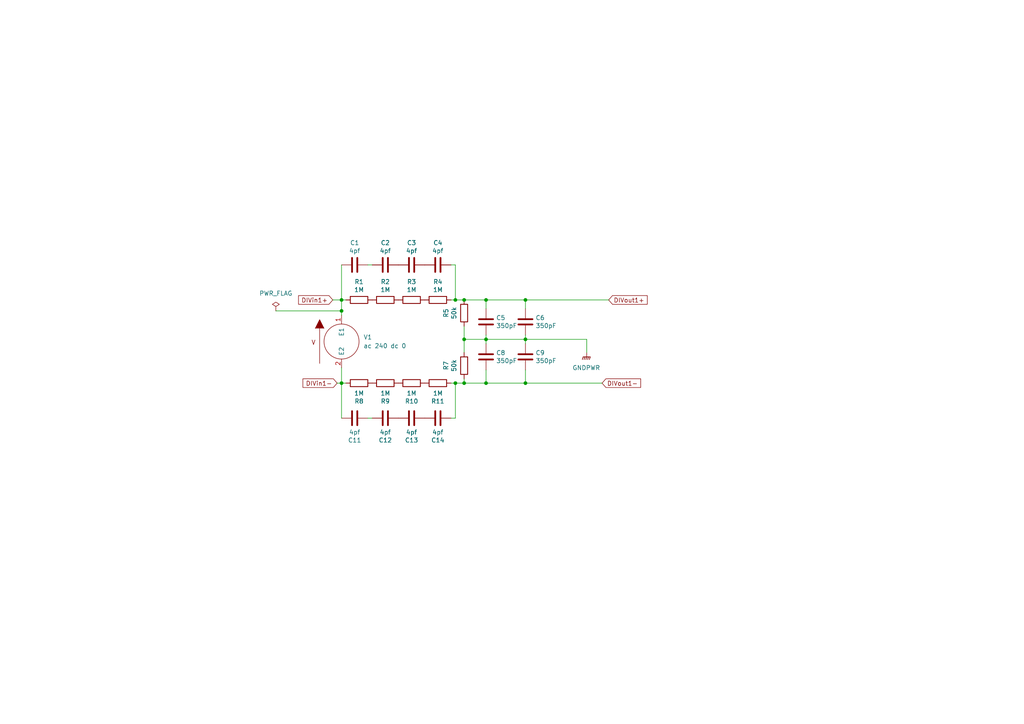
<source format=kicad_sch>
(kicad_sch (version 20211123) (generator eeschema)
  (paper "A4")
  (lib_symbols
    (symbol "Device:C" (pin_numbers hide) (pin_names (offset 0.254))
      (property "Reference" "C" (at 0.635 2.54 0))
      (property "Value" "C" (at 0.635 -2.54 0))
      (symbol "C_0_1"
        (polyline (pts (xy -2.032 -0.762) (xy 2.032 -0.762)) (stroke (width 0.508)))
        (polyline (pts (xy -2.032 0.762) (xy 2.032 0.762)) (stroke (width 0.508)))
      )
      (symbol "C_1_1"
        (pin passive line (at 0 3.81 270) (length 2.794) (name "~") (number "1"))
        (pin passive line (at 0 -3.81 90) (length 2.794) (name "~") (number "2"))
      )
    )
    (symbol "Device:R" (pin_numbers hide) (pin_names (offset 0))
      (property "Reference" "R" (at 2.032 0 90))
      (property "Value" "R" (at 0 0 90))
      (symbol "R_0_1"
        (rectangle (start -1.016 -2.54) (end 1.016 2.54) (stroke (width 0.254)))
      )
      (symbol "R_1_1"
        (pin passive line (at 0 3.81 270) (length 1.27) (name "~") (number "1"))
        (pin passive line (at 0 -3.81 90) (length 1.27) (name "~") (number "2"))
      )
    )
    (symbol "power:GNDPWR" (power) (pin_names (offset 0))
      (property "Value" "GNDPWR" (at 0 -3.302 0))
      (symbol "GNDPWR_0_1"
        (polyline (pts (xy 0 -1.27) (xy 0 0)))
        (polyline (pts (xy -1.016 -1.27) (xy -1.27 -2.032) (xy -1.27 -2.032)) (stroke (width 0.2032)))
        (polyline (pts (xy -0.508 -1.27) (xy -0.762 -2.032) (xy -0.762 -2.032)) (stroke (width 0.2032)))
        (polyline (pts (xy 0 -1.27) (xy -0.254 -2.032) (xy -0.254 -2.032)) (stroke (width 0.2032)))
        (polyline (pts (xy 0.508 -1.27) (xy 0.254 -2.032) (xy 0.254 -2.032)) (stroke (width 0.2032)))
        (polyline (pts (xy 1.016 -1.27) (xy -1.016 -1.27) (xy -1.016 -1.27)) (stroke (width 0.2032)))
        (polyline (pts (xy 1.016 -1.27) (xy 0.762 -2.032) (xy 0.762 -2.032) (xy 0.762 -2.032)) (stroke (width 0.2032)))
      )
      (symbol "GNDPWR_1_1"
        (pin power_in line (at 0 0 270) (length 0) hide (name "GNDPWR") (number "1"))
      )
    )
    (symbol "power:PWR_FLAG" (power) (pin_numbers hide) (pin_names (offset 0) hide)
      (property "Value" "PWR_FLAG" (at 0 3.81 0))
      (symbol "PWR_FLAG_0_0"
        (pin power_out line (at 0 0 90) (length 0) (name "pwr") (number "1"))
      )
      (symbol "PWR_FLAG_0_1"
        (polyline (pts (xy 0 0) (xy 0 1.27) (xy -1.016 1.905) (xy 0 2.54) (xy 1.016 1.905) (xy 0 1.27)))
      )
    )
    (symbol "pspice:VSOURCE" (pin_names (offset 1.016))
      (property "Reference" "V" (at -6.35 7.62 0))
      (property "Value" "VSOURCE" (at 0 0 0))
      (symbol "VSOURCE_0_1"
        (polyline (pts (xy -6.35 -6.35) (xy -6.35 3.81)) (fill (type outline)))
        (polyline (pts (xy -7.62 3.81) (xy -6.35 6.35) (xy -5.08 3.81)) (fill (type outline)))
        (circle (center 0 0) (radius 5.08))
        (text "V" (at -8.128 -0.254 0) (effects (font (size 1.27 1.27))))
      )
      (symbol "VSOURCE_1_1"
        (pin input line (at 0 7.62 270) (length 2.54) (name "E1") (number "1"))
        (pin input line (at 0 -7.62 90) (length 2.54) (name "E2") (number "2"))
      )
    )
  )
  (junction (at 134.62 86.995))
  (junction (at 99.06 86.995))
  (junction (at 152.4 98.425))
  (junction (at 99.06 111.125))
  (junction (at 99.06 90.17))
  (junction (at 134.62 111.125))
  (junction (at 140.97 111.125))
  (junction (at 140.97 86.995))
  (junction (at 132.08 111.125))
  (junction (at 132.08 86.995))
  (junction (at 134.62 98.425))
  (junction (at 140.97 98.425))
  (junction (at 152.4 86.995))
  (junction (at 152.4 111.125))
  (wire (pts (xy 80.01 90.17) (xy 99.06 90.17)))
  (wire (pts (xy 132.08 86.995) (xy 132.08 76.835)))
  (wire (pts (xy 140.97 107.315) (xy 140.97 111.125)))
  (wire (pts (xy 134.62 98.425) (xy 134.62 102.235)))
  (wire (pts (xy 99.06 86.995) (xy 99.06 90.17)))
  (wire (pts (xy 132.08 121.285) (xy 132.08 111.125)))
  (wire (pts (xy 99.06 111.125) (xy 100.33 111.125)))
  (wire (pts (xy 130.81 121.285) (xy 132.08 121.285)))
  (wire (pts (xy 99.06 121.285) (xy 99.06 111.125)))
  (wire (pts (xy 132.08 111.125) (xy 134.62 111.125)))
  (wire (pts (xy 152.4 111.125) (xy 174.625 111.125)))
  (wire (pts (xy 132.08 76.835) (xy 130.81 76.835)))
  (wire (pts (xy 132.08 86.995) (xy 134.62 86.995)))
  (wire (pts (xy 132.08 86.995) (xy 130.81 86.995)))
  (wire (pts (xy 134.62 109.855) (xy 134.62 111.125)))
  (wire (pts (xy 99.06 111.125) (xy 97.79 111.125)))
  (wire (pts (xy 140.97 89.535) (xy 140.97 86.995)))
  (wire (pts (xy 152.4 97.155) (xy 152.4 98.425)))
  (wire (pts (xy 99.06 76.835) (xy 99.06 86.995)))
  (wire (pts (xy 140.97 86.995) (xy 152.4 86.995)))
  (wire (pts (xy 140.97 98.425) (xy 140.97 99.695)))
  (wire (pts (xy 96.52 86.995) (xy 99.06 86.995)))
  (wire (pts (xy 134.62 98.425) (xy 140.97 98.425)))
  (wire (pts (xy 99.06 90.17) (xy 99.06 91.44)))
  (wire (pts (xy 152.4 98.425) (xy 140.97 98.425)))
  (wire (pts (xy 140.97 111.125) (xy 152.4 111.125)))
  (wire (pts (xy 134.62 94.615) (xy 134.62 98.425)))
  (wire (pts (xy 152.4 107.315) (xy 152.4 111.125)))
  (wire (pts (xy 134.62 86.995) (xy 140.97 86.995)))
  (wire (pts (xy 170.18 102.235) (xy 170.18 98.425)))
  (wire (pts (xy 134.62 111.125) (xy 140.97 111.125)))
  (wire (pts (xy 99.06 106.68) (xy 99.06 111.125)))
  (wire (pts (xy 132.08 111.125) (xy 130.81 111.125)))
  (wire (pts (xy 152.4 86.995) (xy 176.53 86.995)))
  (wire (pts (xy 152.4 98.425) (xy 152.4 99.695)))
  (wire (pts (xy 170.18 98.425) (xy 152.4 98.425)))
  (wire (pts (xy 140.97 97.155) (xy 140.97 98.425)))
  (wire (pts (xy 99.06 86.995) (xy 100.33 86.995)))
  (wire (pts (xy 107.95 76.835) (xy 106.68 76.835)))
  (wire (pts (xy 106.68 121.285) (xy 107.95 121.285)))
  (wire (pts (xy 152.4 89.535) (xy 152.4 86.995)))
  (global_label "DIVin1+" (shape input) (at 96.52 86.995 180) (property "Intersheet References" "${INTERSHEET_REFS}" (effects hide)))
  (global_label "DIVin1-" (shape input) (at 97.79 111.125 180) (property "Intersheet References" "${INTERSHEET_REFS}" (effects hide)))
  (global_label "DIVout1+" (shape input) (at 176.53 86.995 0) (property "Intersheet References" "${INTERSHEET_REFS}" (effects hide)))
  (global_label "DIVout1-" (shape input) (at 174.625 111.125 0) (property "Intersheet References" "${INTERSHEET_REFS}" (effects hide)))
  (symbol (lib_id "Device:R") (at 119.38 86.995 90) (unit 1)
    (property "Reference" "R3" (at 119.38 81.7372 90))
    (property "Value" "1M" (at 119.38 84.0486 90))
    (property "Footprint" "Resistor_SMD:R_0603_1608Metric_Pad0.98x0.95mm_HandSolder" (effects hide))
    (property "Spice_Primitive" "R" (effects hide))
    (property "Spice_Model" "1Meg" (effects hide))
    (property "Spice_Netlist_Enabled" "Y" (effects hide))
  )
  (symbol (lib_id "pspice:VSOURCE") (at 99.06 99.06 0) (unit 1)
    (property "Reference" "V1" (at 105.41 97.7899 0) (effects (justify left)))
    (property "Value" "ac 240 dc 0" (at 105.41 100.3299 0) (effects (justify left)))
    (property "Spice_Primitive" "V" (effects hide))
    (property "Spice_Model" "dc 0 ac 240" (effects hide))
    (property "Spice_Netlist_Enabled" "Y" (effects hide))
  )
  (symbol (lib_id "Device:R") (at 127 86.995 90) (unit 1)
    (property "Reference" "R4" (at 127 81.7372 90))
    (property "Value" "1M" (at 127 84.0486 90))
    (property "Footprint" "Resistor_SMD:R_0603_1608Metric_Pad0.98x0.95mm_HandSolder" (effects hide))
    (property "Spice_Primitive" "R" (effects hide))
    (property "Spice_Model" "1Meg" (effects hide))
    (property "Spice_Netlist_Enabled" "Y" (effects hide))
  )
  (symbol (lib_id "Device:C") (at 127 76.835 270) (unit 1)
    (property "Reference" "C4" (at 127 70.4342 90))
    (property "Value" "4pf" (at 127 72.7456 90))
    (property "Footprint" "Capacitor_SMD:C_0603_1608Metric_Pad1.08x0.95mm_HandSolder" (effects hide))
    (property "Spice_Primitive" "C" (effects hide))
    (property "Spice_Model" "4p" (effects hide))
    (property "Spice_Netlist_Enabled" "Y" (effects hide))
  )
  (symbol (lib_id "Device:R") (at 127 111.125 270) (unit 1)
    (property "Reference" "R11" (at 127 116.3828 90))
    (property "Value" "1M" (at 127 114.0714 90))
    (property "Footprint" "Resistor_SMD:R_0603_1608Metric_Pad0.98x0.95mm_HandSolder" (effects hide))
    (property "Spice_Primitive" "R" (effects hide))
    (property "Spice_Model" "1Meg" (effects hide))
    (property "Spice_Netlist_Enabled" "Y" (effects hide))
  )
  (symbol (lib_id "Device:C") (at 119.38 121.285 90) (unit 1)
    (property "Reference" "C13" (at 119.38 127.6858 90))
    (property "Value" "4pf" (at 119.38 125.3744 90))
    (property "Footprint" "Capacitor_SMD:C_0603_1608Metric_Pad1.08x0.95mm_HandSolder" (effects hide))
    (property "Spice_Primitive" "C" (effects hide))
    (property "Spice_Model" "4p" (effects hide))
    (property "Spice_Netlist_Enabled" "Y" (effects hide))
  )
  (symbol (lib_id "power:PWR_FLAG") (at 80.01 90.17 0) (unit 1)
    (property "Reference" "#FLG01" (effects hide))
    (property "Value" "PWR_FLAG" (at 80.01 85.09 0))
  )
  (symbol (lib_id "Device:C") (at 111.76 121.285 90) (unit 1)
    (property "Reference" "C12" (at 111.76 127.6858 90))
    (property "Value" "4pf" (at 111.76 125.3744 90))
    (property "Footprint" "Capacitor_SMD:C_0603_1608Metric_Pad1.08x0.95mm_HandSolder" (effects hide))
    (property "Spice_Primitive" "C" (effects hide))
    (property "Spice_Model" "4p" (effects hide))
    (property "Spice_Netlist_Enabled" "Y" (effects hide))
  )
  (symbol (lib_id "Device:C") (at 102.87 121.285 90) (unit 1)
    (property "Reference" "C11" (at 102.87 127.6858 90))
    (property "Value" "4pf" (at 102.87 125.3744 90))
    (property "Footprint" "Capacitor_SMD:C_0603_1608Metric_Pad1.08x0.95mm_HandSolder" (effects hide))
    (property "Spice_Primitive" "C" (effects hide))
    (property "Spice_Model" "4p" (effects hide))
    (property "Spice_Netlist_Enabled" "Y" (effects hide))
  )
  (symbol (lib_id "Device:R") (at 111.76 86.995 90) (unit 1)
    (property "Reference" "R2" (at 111.76 81.7372 90))
    (property "Value" "1M" (at 111.76 84.0486 90))
    (property "Footprint" "Resistor_SMD:R_0603_1608Metric_Pad0.98x0.95mm_HandSolder" (effects hide))
    (property "Spice_Primitive" "R" (effects hide))
    (property "Spice_Model" "1Meg" (effects hide))
    (property "Spice_Netlist_Enabled" "Y" (effects hide))
  )
  (symbol (lib_id "Device:R") (at 134.62 90.805 180) (unit 1)
    (property "Reference" "R5" (at 129.3622 90.805 90))
    (property "Value" "50k" (at 131.6736 90.805 90))
    (property "Footprint" "Resistor_SMD:R_0603_1608Metric_Pad0.98x0.95mm_HandSolder" (effects hide))
    (property "Spice_Primitive" "R" (effects hide))
    (property "Spice_Model" "50k" (effects hide))
    (property "Spice_Netlist_Enabled" "Y" (effects hide))
  )
  (symbol (lib_id "Device:C") (at 140.97 93.345 180) (unit 1)
    (property "Reference" "C5" (at 143.891 92.1766 0) (effects (justify right)))
    (property "Value" "350pF" (at 143.891 94.488 0) (effects (justify right)))
    (property "Footprint" "Capacitor_SMD:C_0603_1608Metric_Pad1.08x0.95mm_HandSolder" (effects hide))
    (property "Spice_Primitive" "C" (effects hide))
    (property "Spice_Model" "350p" (effects hide))
    (property "Spice_Netlist_Enabled" "N" (effects hide))
  )
  (symbol (lib_id "Device:R") (at 104.14 111.125 270) (unit 1)
    (property "Reference" "R8" (at 104.14 116.3828 90))
    (property "Value" "1M" (at 104.14 114.0714 90))
    (property "Footprint" "Resistor_SMD:R_0603_1608Metric_Pad0.98x0.95mm_HandSolder" (effects hide))
    (property "Spice_Primitive" "R" (effects hide))
    (property "Spice_Model" "1Meg" (effects hide))
    (property "Spice_Netlist_Enabled" "Y" (effects hide))
  )
  (symbol (lib_id "Device:C") (at 111.76 76.835 270) (unit 1)
    (property "Reference" "C2" (at 111.76 70.4342 90))
    (property "Value" "4pf" (at 111.76 72.7456 90))
    (property "Footprint" "Capacitor_SMD:C_0603_1608Metric_Pad1.08x0.95mm_HandSolder" (effects hide))
    (property "Spice_Primitive" "C" (effects hide))
    (property "Spice_Model" "4p" (effects hide))
    (property "Spice_Netlist_Enabled" "Y" (effects hide))
  )
  (symbol (lib_id "Device:R") (at 134.62 106.045 180) (unit 1)
    (property "Reference" "R7" (at 129.3622 106.045 90))
    (property "Value" "50k" (at 131.6736 106.045 90))
    (property "Footprint" "Resistor_SMD:R_0603_1608Metric_Pad0.98x0.95mm_HandSolder" (effects hide))
    (property "Spice_Primitive" "R" (effects hide))
    (property "Spice_Model" "50k" (effects hide))
    (property "Spice_Netlist_Enabled" "Y" (effects hide))
  )
  (symbol (lib_id "Device:C") (at 152.4 103.505 180) (unit 1)
    (property "Reference" "C9" (at 155.321 102.3366 0) (effects (justify right)))
    (property "Value" "350pF" (at 155.321 104.648 0) (effects (justify right)))
    (property "Footprint" "Capacitor_SMD:C_0603_1608Metric_Pad1.08x0.95mm_HandSolder" (effects hide))
    (property "Spice_Primitive" "C" (effects hide))
    (property "Spice_Model" "350p" (effects hide))
    (property "Spice_Netlist_Enabled" "N" (effects hide))
  )
  (symbol (lib_id "Device:R") (at 119.38 111.125 270) (unit 1)
    (property "Reference" "R10" (at 119.38 116.3828 90))
    (property "Value" "1M" (at 119.38 114.0714 90))
    (property "Footprint" "Resistor_SMD:R_0603_1608Metric_Pad0.98x0.95mm_HandSolder" (effects hide))
    (property "Spice_Primitive" "R" (effects hide))
    (property "Spice_Model" "1Meg" (effects hide))
    (property "Spice_Netlist_Enabled" "Y" (effects hide))
  )
  (symbol (lib_id "Device:R") (at 111.76 111.125 270) (unit 1)
    (property "Reference" "R9" (at 111.76 116.3828 90))
    (property "Value" "1M" (at 111.76 114.0714 90))
    (property "Footprint" "Resistor_SMD:R_0603_1608Metric_Pad0.98x0.95mm_HandSolder" (effects hide))
    (property "Spice_Primitive" "R" (effects hide))
    (property "Spice_Model" "1Meg" (effects hide))
    (property "Spice_Netlist_Enabled" "Y" (effects hide))
  )
  (symbol (lib_id "Device:C") (at 127 121.285 90) (unit 1)
    (property "Reference" "C14" (at 127 127.6858 90))
    (property "Value" "4pf" (at 127 125.3744 90))
    (property "Footprint" "Capacitor_SMD:C_0603_1608Metric_Pad1.08x0.95mm_HandSolder" (effects hide))
    (property "Spice_Primitive" "C" (effects hide))
    (property "Spice_Model" "4p" (effects hide))
    (property "Spice_Netlist_Enabled" "Y" (effects hide))
  )
  (symbol (lib_id "Device:C") (at 140.97 103.505 180) (unit 1)
    (property "Reference" "C8" (at 143.891 102.3366 0) (effects (justify right)))
    (property "Value" "350pF" (at 143.891 104.648 0) (effects (justify right)))
    (property "Footprint" "Capacitor_SMD:C_0603_1608Metric_Pad1.08x0.95mm_HandSolder" (effects hide))
    (property "Spice_Primitive" "C" (effects hide))
    (property "Spice_Model" "350p" (effects hide))
    (property "Spice_Netlist_Enabled" "N" (effects hide))
  )
  (symbol (lib_id "Device:R") (at 104.14 86.995 90) (unit 1)
    (property "Reference" "R1" (at 104.14 81.7372 90))
    (property "Value" "1M" (at 104.14 84.0486 90))
    (property "Footprint" "Resistor_SMD:R_0603_1608Metric_Pad0.98x0.95mm_HandSolder" (effects hide))
    (property "Spice_Primitive" "R" (effects hide))
    (property "Spice_Model" "1Meg" (effects hide))
    (property "Spice_Netlist_Enabled" "Y" (effects hide))
  )
  (symbol (lib_id "power:GNDPWR") (at 170.18 102.235 0) (unit 1)
    (property "Reference" "#PWR01" (effects hide))
    (property "Value" "GNDPWR" (at 170.053 106.68 0))
    (property "Spice_Primitive" "V" (effects hide))
    (property "Spice_Model" "dc 0 ac 0" (effects hide))
    (property "Spice_Netlist_Enabled" "Y" (effects hide))
  )
  (symbol (lib_id "Device:C") (at 152.4 93.345 180) (unit 1)
    (property "Reference" "C6" (at 155.321 92.1766 0) (effects (justify right)))
    (property "Value" "350pF" (at 155.321 94.488 0) (effects (justify right)))
    (property "Footprint" "Capacitor_SMD:C_0603_1608Metric_Pad1.08x0.95mm_HandSolder" (effects hide))
    (property "Spice_Primitive" "C" (effects hide))
    (property "Spice_Model" "350p" (effects hide))
    (property "Spice_Netlist_Enabled" "N" (effects hide))
  )
  (symbol (lib_id "Device:C") (at 119.38 76.835 270) (unit 1)
    (property "Reference" "C3" (at 119.38 70.4342 90))
    (property "Value" "4pf" (at 119.38 72.7456 90))
    (property "Footprint" "Capacitor_SMD:C_0603_1608Metric_Pad1.08x0.95mm_HandSolder" (effects hide))
    (property "Spice_Primitive" "C" (effects hide))
    (property "Spice_Model" "4p" (effects hide))
    (property "Spice_Netlist_Enabled" "Y" (effects hide))
  )
  (symbol (lib_id "Device:C") (at 102.87 76.835 270) (unit 1)
    (property "Reference" "C1" (at 102.87 70.4342 90))
    (property "Value" "4pf" (at 102.87 72.7456 90))
    (property "Footprint" "Capacitor_SMD:C_0603_1608Metric_Pad1.08x0.95mm_HandSolder" (effects hide))
    (property "Spice_Primitive" "C" (effects hide))
    (property "Spice_Model" "4p" (effects hide))
    (property "Spice_Netlist_Enabled" "Y" (effects hide))
  )
)
</source>
